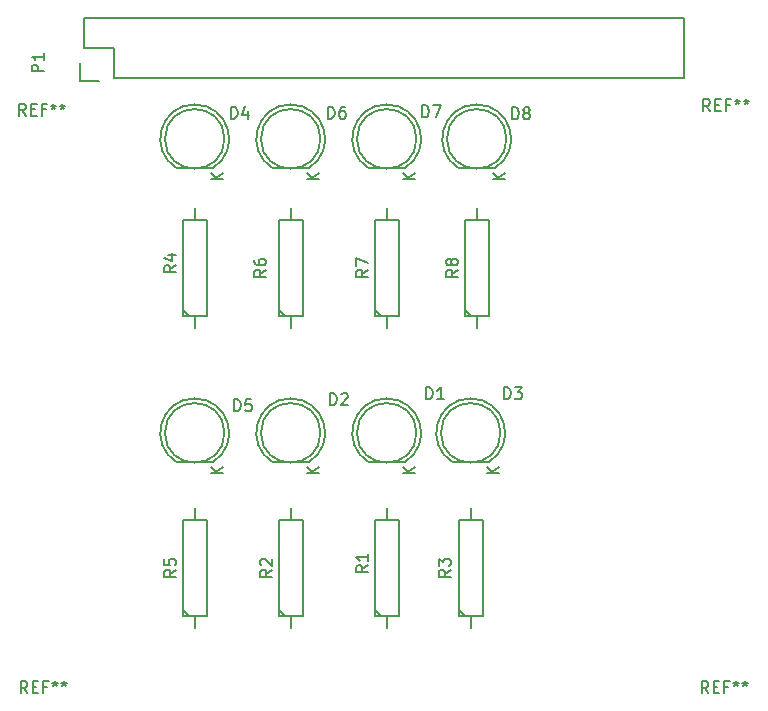
<source format=gto>
G04 #@! TF.FileFunction,Legend,Top*
%FSLAX46Y46*%
G04 Gerber Fmt 4.6, Leading zero omitted, Abs format (unit mm)*
G04 Created by KiCad (PCBNEW 4.0.2-stable) date 20/7/2016 18:22:48*
%MOMM*%
G01*
G04 APERTURE LIST*
%ADD10C,0.100000*%
%ADD11C,0.150000*%
G04 APERTURE END LIST*
D10*
D11*
X142532800Y-63934900D02*
X91732800Y-63934900D01*
X94272800Y-69014900D02*
X142532800Y-69014900D01*
X142532800Y-63934900D02*
X142532800Y-69014900D01*
X91732800Y-63934900D02*
X91732800Y-66474900D01*
X91452800Y-67744900D02*
X91452800Y-69294900D01*
X91732800Y-66474900D02*
X94272800Y-66474900D01*
X94272800Y-66474900D02*
X94272800Y-69014900D01*
X91452800Y-69294900D02*
X93002800Y-69294900D01*
X118923704Y-101570288D02*
G75*
G03X115898800Y-101585400I-1524904J2484888D01*
G01*
X118898800Y-101585400D02*
X115898800Y-101585400D01*
X119916736Y-99085400D02*
G75*
G03X119916736Y-99085400I-2517936J0D01*
G01*
X110795704Y-101570288D02*
G75*
G03X107770800Y-101585400I-1524904J2484888D01*
G01*
X110770800Y-101585400D02*
X107770800Y-101585400D01*
X111788736Y-99085400D02*
G75*
G03X111788736Y-99085400I-2517936J0D01*
G01*
X126035704Y-101570288D02*
G75*
G03X123010800Y-101585400I-1524904J2484888D01*
G01*
X126010800Y-101585400D02*
X123010800Y-101585400D01*
X127028736Y-99085400D02*
G75*
G03X127028736Y-99085400I-2517936J0D01*
G01*
X102667704Y-76678288D02*
G75*
G03X99642800Y-76693400I-1524904J2484888D01*
G01*
X102642800Y-76693400D02*
X99642800Y-76693400D01*
X103660736Y-74193400D02*
G75*
G03X103660736Y-74193400I-2517936J0D01*
G01*
X102667704Y-101570288D02*
G75*
G03X99642800Y-101585400I-1524904J2484888D01*
G01*
X102642800Y-101585400D02*
X99642800Y-101585400D01*
X103660736Y-99085400D02*
G75*
G03X103660736Y-99085400I-2517936J0D01*
G01*
X110795704Y-76678288D02*
G75*
G03X107770800Y-76693400I-1524904J2484888D01*
G01*
X110770800Y-76693400D02*
X107770800Y-76693400D01*
X111788736Y-74193400D02*
G75*
G03X111788736Y-74193400I-2517936J0D01*
G01*
X118923704Y-76678288D02*
G75*
G03X115898800Y-76693400I-1524904J2484888D01*
G01*
X118898800Y-76693400D02*
X115898800Y-76693400D01*
X119916736Y-74193400D02*
G75*
G03X119916736Y-74193400I-2517936J0D01*
G01*
X126543704Y-76678288D02*
G75*
G03X123518800Y-76693400I-1524904J2484888D01*
G01*
X126518800Y-76693400D02*
X123518800Y-76693400D01*
X127536736Y-74193400D02*
G75*
G03X127536736Y-74193400I-2517936J0D01*
G01*
X117398800Y-115595400D02*
X117398800Y-114579400D01*
X117398800Y-114579400D02*
X116382800Y-114579400D01*
X116382800Y-114579400D02*
X116382800Y-106451400D01*
X116382800Y-106451400D02*
X118414800Y-106451400D01*
X118414800Y-106451400D02*
X118414800Y-114579400D01*
X118414800Y-114579400D02*
X117398800Y-114579400D01*
X116890800Y-114579400D02*
X116382800Y-114071400D01*
X117398800Y-105435400D02*
X117398800Y-106451400D01*
X109270800Y-115595400D02*
X109270800Y-114579400D01*
X109270800Y-114579400D02*
X108254800Y-114579400D01*
X108254800Y-114579400D02*
X108254800Y-106451400D01*
X108254800Y-106451400D02*
X110286800Y-106451400D01*
X110286800Y-106451400D02*
X110286800Y-114579400D01*
X110286800Y-114579400D02*
X109270800Y-114579400D01*
X108762800Y-114579400D02*
X108254800Y-114071400D01*
X109270800Y-105435400D02*
X109270800Y-106451400D01*
X124510800Y-115595400D02*
X124510800Y-114579400D01*
X124510800Y-114579400D02*
X123494800Y-114579400D01*
X123494800Y-114579400D02*
X123494800Y-106451400D01*
X123494800Y-106451400D02*
X125526800Y-106451400D01*
X125526800Y-106451400D02*
X125526800Y-114579400D01*
X125526800Y-114579400D02*
X124510800Y-114579400D01*
X124002800Y-114579400D02*
X123494800Y-114071400D01*
X124510800Y-105435400D02*
X124510800Y-106451400D01*
X101142800Y-90195400D02*
X101142800Y-89179400D01*
X101142800Y-89179400D02*
X100126800Y-89179400D01*
X100126800Y-89179400D02*
X100126800Y-81051400D01*
X100126800Y-81051400D02*
X102158800Y-81051400D01*
X102158800Y-81051400D02*
X102158800Y-89179400D01*
X102158800Y-89179400D02*
X101142800Y-89179400D01*
X100634800Y-89179400D02*
X100126800Y-88671400D01*
X101142800Y-80035400D02*
X101142800Y-81051400D01*
X101142800Y-115595400D02*
X101142800Y-114579400D01*
X101142800Y-114579400D02*
X100126800Y-114579400D01*
X100126800Y-114579400D02*
X100126800Y-106451400D01*
X100126800Y-106451400D02*
X102158800Y-106451400D01*
X102158800Y-106451400D02*
X102158800Y-114579400D01*
X102158800Y-114579400D02*
X101142800Y-114579400D01*
X100634800Y-114579400D02*
X100126800Y-114071400D01*
X101142800Y-105435400D02*
X101142800Y-106451400D01*
X109270800Y-90195400D02*
X109270800Y-89179400D01*
X109270800Y-89179400D02*
X108254800Y-89179400D01*
X108254800Y-89179400D02*
X108254800Y-81051400D01*
X108254800Y-81051400D02*
X110286800Y-81051400D01*
X110286800Y-81051400D02*
X110286800Y-89179400D01*
X110286800Y-89179400D02*
X109270800Y-89179400D01*
X108762800Y-89179400D02*
X108254800Y-88671400D01*
X109270800Y-80035400D02*
X109270800Y-81051400D01*
X117398800Y-90195400D02*
X117398800Y-89179400D01*
X117398800Y-89179400D02*
X116382800Y-89179400D01*
X116382800Y-89179400D02*
X116382800Y-81051400D01*
X116382800Y-81051400D02*
X118414800Y-81051400D01*
X118414800Y-81051400D02*
X118414800Y-89179400D01*
X118414800Y-89179400D02*
X117398800Y-89179400D01*
X116890800Y-89179400D02*
X116382800Y-88671400D01*
X117398800Y-80035400D02*
X117398800Y-81051400D01*
X125018800Y-90195400D02*
X125018800Y-89179400D01*
X125018800Y-89179400D02*
X124002800Y-89179400D01*
X124002800Y-89179400D02*
X124002800Y-81051400D01*
X124002800Y-81051400D02*
X126034800Y-81051400D01*
X126034800Y-81051400D02*
X126034800Y-89179400D01*
X126034800Y-89179400D02*
X125018800Y-89179400D01*
X124510800Y-89179400D02*
X124002800Y-88671400D01*
X125018800Y-80035400D02*
X125018800Y-81051400D01*
X88355181Y-68482995D02*
X87355181Y-68482995D01*
X87355181Y-68102042D01*
X87402800Y-68006804D01*
X87450419Y-67959185D01*
X87545657Y-67911566D01*
X87688514Y-67911566D01*
X87783752Y-67959185D01*
X87831371Y-68006804D01*
X87878990Y-68102042D01*
X87878990Y-68482995D01*
X88355181Y-66959185D02*
X88355181Y-67530614D01*
X88355181Y-67244900D02*
X87355181Y-67244900D01*
X87498038Y-67340138D01*
X87593276Y-67435376D01*
X87640895Y-67530614D01*
X120724705Y-96235781D02*
X120724705Y-95235781D01*
X120962800Y-95235781D01*
X121105658Y-95283400D01*
X121200896Y-95378638D01*
X121248515Y-95473876D01*
X121296134Y-95664352D01*
X121296134Y-95807210D01*
X121248515Y-95997686D01*
X121200896Y-96092924D01*
X121105658Y-96188162D01*
X120962800Y-96235781D01*
X120724705Y-96235781D01*
X122248515Y-96235781D02*
X121677086Y-96235781D01*
X121962800Y-96235781D02*
X121962800Y-95235781D01*
X121867562Y-95378638D01*
X121772324Y-95473876D01*
X121677086Y-95521495D01*
X119756181Y-102522305D02*
X118756181Y-102522305D01*
X119756181Y-101950876D02*
X119184752Y-102379448D01*
X118756181Y-101950876D02*
X119327610Y-102522305D01*
X112596705Y-96743781D02*
X112596705Y-95743781D01*
X112834800Y-95743781D01*
X112977658Y-95791400D01*
X113072896Y-95886638D01*
X113120515Y-95981876D01*
X113168134Y-96172352D01*
X113168134Y-96315210D01*
X113120515Y-96505686D01*
X113072896Y-96600924D01*
X112977658Y-96696162D01*
X112834800Y-96743781D01*
X112596705Y-96743781D01*
X113549086Y-95839019D02*
X113596705Y-95791400D01*
X113691943Y-95743781D01*
X113930039Y-95743781D01*
X114025277Y-95791400D01*
X114072896Y-95839019D01*
X114120515Y-95934257D01*
X114120515Y-96029495D01*
X114072896Y-96172352D01*
X113501467Y-96743781D01*
X114120515Y-96743781D01*
X111628181Y-102522305D02*
X110628181Y-102522305D01*
X111628181Y-101950876D02*
X111056752Y-102379448D01*
X110628181Y-101950876D02*
X111199610Y-102522305D01*
X127328705Y-96235781D02*
X127328705Y-95235781D01*
X127566800Y-95235781D01*
X127709658Y-95283400D01*
X127804896Y-95378638D01*
X127852515Y-95473876D01*
X127900134Y-95664352D01*
X127900134Y-95807210D01*
X127852515Y-95997686D01*
X127804896Y-96092924D01*
X127709658Y-96188162D01*
X127566800Y-96235781D01*
X127328705Y-96235781D01*
X128233467Y-95235781D02*
X128852515Y-95235781D01*
X128519181Y-95616733D01*
X128662039Y-95616733D01*
X128757277Y-95664352D01*
X128804896Y-95711971D01*
X128852515Y-95807210D01*
X128852515Y-96045305D01*
X128804896Y-96140543D01*
X128757277Y-96188162D01*
X128662039Y-96235781D01*
X128376324Y-96235781D01*
X128281086Y-96188162D01*
X128233467Y-96140543D01*
X126868181Y-102522305D02*
X125868181Y-102522305D01*
X126868181Y-101950876D02*
X126296752Y-102379448D01*
X125868181Y-101950876D02*
X126439610Y-102522305D01*
X104204545Y-72481701D02*
X104204545Y-71481701D01*
X104442640Y-71481701D01*
X104585498Y-71529320D01*
X104680736Y-71624558D01*
X104728355Y-71719796D01*
X104775974Y-71910272D01*
X104775974Y-72053130D01*
X104728355Y-72243606D01*
X104680736Y-72338844D01*
X104585498Y-72434082D01*
X104442640Y-72481701D01*
X104204545Y-72481701D01*
X105633117Y-71815034D02*
X105633117Y-72481701D01*
X105395021Y-71434082D02*
X105156926Y-72148368D01*
X105775974Y-72148368D01*
X103500181Y-77630305D02*
X102500181Y-77630305D01*
X103500181Y-77058876D02*
X102928752Y-77487448D01*
X102500181Y-77058876D02*
X103071610Y-77630305D01*
X104468705Y-97251781D02*
X104468705Y-96251781D01*
X104706800Y-96251781D01*
X104849658Y-96299400D01*
X104944896Y-96394638D01*
X104992515Y-96489876D01*
X105040134Y-96680352D01*
X105040134Y-96823210D01*
X104992515Y-97013686D01*
X104944896Y-97108924D01*
X104849658Y-97204162D01*
X104706800Y-97251781D01*
X104468705Y-97251781D01*
X105944896Y-96251781D02*
X105468705Y-96251781D01*
X105421086Y-96727971D01*
X105468705Y-96680352D01*
X105563943Y-96632733D01*
X105802039Y-96632733D01*
X105897277Y-96680352D01*
X105944896Y-96727971D01*
X105992515Y-96823210D01*
X105992515Y-97061305D01*
X105944896Y-97156543D01*
X105897277Y-97204162D01*
X105802039Y-97251781D01*
X105563943Y-97251781D01*
X105468705Y-97204162D01*
X105421086Y-97156543D01*
X103500181Y-102522305D02*
X102500181Y-102522305D01*
X103500181Y-101950876D02*
X102928752Y-102379448D01*
X102500181Y-101950876D02*
X103071610Y-102522305D01*
X112418905Y-72481701D02*
X112418905Y-71481701D01*
X112657000Y-71481701D01*
X112799858Y-71529320D01*
X112895096Y-71624558D01*
X112942715Y-71719796D01*
X112990334Y-71910272D01*
X112990334Y-72053130D01*
X112942715Y-72243606D01*
X112895096Y-72338844D01*
X112799858Y-72434082D01*
X112657000Y-72481701D01*
X112418905Y-72481701D01*
X113847477Y-71481701D02*
X113657000Y-71481701D01*
X113561762Y-71529320D01*
X113514143Y-71576939D01*
X113418905Y-71719796D01*
X113371286Y-71910272D01*
X113371286Y-72291225D01*
X113418905Y-72386463D01*
X113466524Y-72434082D01*
X113561762Y-72481701D01*
X113752239Y-72481701D01*
X113847477Y-72434082D01*
X113895096Y-72386463D01*
X113942715Y-72291225D01*
X113942715Y-72053130D01*
X113895096Y-71957891D01*
X113847477Y-71910272D01*
X113752239Y-71862653D01*
X113561762Y-71862653D01*
X113466524Y-71910272D01*
X113418905Y-71957891D01*
X113371286Y-72053130D01*
X111628181Y-77630305D02*
X110628181Y-77630305D01*
X111628181Y-77058876D02*
X111056752Y-77487448D01*
X110628181Y-77058876D02*
X111199610Y-77630305D01*
X120409745Y-72369941D02*
X120409745Y-71369941D01*
X120647840Y-71369941D01*
X120790698Y-71417560D01*
X120885936Y-71512798D01*
X120933555Y-71608036D01*
X120981174Y-71798512D01*
X120981174Y-71941370D01*
X120933555Y-72131846D01*
X120885936Y-72227084D01*
X120790698Y-72322322D01*
X120647840Y-72369941D01*
X120409745Y-72369941D01*
X121314507Y-71369941D02*
X121981174Y-71369941D01*
X121552602Y-72369941D01*
X119756181Y-77630305D02*
X118756181Y-77630305D01*
X119756181Y-77058876D02*
X119184752Y-77487448D01*
X118756181Y-77058876D02*
X119327610Y-77630305D01*
X128009425Y-72537581D02*
X128009425Y-71537581D01*
X128247520Y-71537581D01*
X128390378Y-71585200D01*
X128485616Y-71680438D01*
X128533235Y-71775676D01*
X128580854Y-71966152D01*
X128580854Y-72109010D01*
X128533235Y-72299486D01*
X128485616Y-72394724D01*
X128390378Y-72489962D01*
X128247520Y-72537581D01*
X128009425Y-72537581D01*
X129152282Y-71966152D02*
X129057044Y-71918533D01*
X129009425Y-71870914D01*
X128961806Y-71775676D01*
X128961806Y-71728057D01*
X129009425Y-71632819D01*
X129057044Y-71585200D01*
X129152282Y-71537581D01*
X129342759Y-71537581D01*
X129437997Y-71585200D01*
X129485616Y-71632819D01*
X129533235Y-71728057D01*
X129533235Y-71775676D01*
X129485616Y-71870914D01*
X129437997Y-71918533D01*
X129342759Y-71966152D01*
X129152282Y-71966152D01*
X129057044Y-72013771D01*
X129009425Y-72061390D01*
X128961806Y-72156629D01*
X128961806Y-72347105D01*
X129009425Y-72442343D01*
X129057044Y-72489962D01*
X129152282Y-72537581D01*
X129342759Y-72537581D01*
X129437997Y-72489962D01*
X129485616Y-72442343D01*
X129533235Y-72347105D01*
X129533235Y-72156629D01*
X129485616Y-72061390D01*
X129437997Y-72013771D01*
X129342759Y-71966152D01*
X127376181Y-77630305D02*
X126376181Y-77630305D01*
X127376181Y-77058876D02*
X126804752Y-77487448D01*
X126376181Y-77058876D02*
X126947610Y-77630305D01*
X115819181Y-110301066D02*
X115342990Y-110634400D01*
X115819181Y-110872495D02*
X114819181Y-110872495D01*
X114819181Y-110491542D01*
X114866800Y-110396304D01*
X114914419Y-110348685D01*
X115009657Y-110301066D01*
X115152514Y-110301066D01*
X115247752Y-110348685D01*
X115295371Y-110396304D01*
X115342990Y-110491542D01*
X115342990Y-110872495D01*
X115819181Y-109348685D02*
X115819181Y-109920114D01*
X115819181Y-109634400D02*
X114819181Y-109634400D01*
X114962038Y-109729638D01*
X115057276Y-109824876D01*
X115104895Y-109920114D01*
X107691181Y-110682066D02*
X107214990Y-111015400D01*
X107691181Y-111253495D02*
X106691181Y-111253495D01*
X106691181Y-110872542D01*
X106738800Y-110777304D01*
X106786419Y-110729685D01*
X106881657Y-110682066D01*
X107024514Y-110682066D01*
X107119752Y-110729685D01*
X107167371Y-110777304D01*
X107214990Y-110872542D01*
X107214990Y-111253495D01*
X106786419Y-110301114D02*
X106738800Y-110253495D01*
X106691181Y-110158257D01*
X106691181Y-109920161D01*
X106738800Y-109824923D01*
X106786419Y-109777304D01*
X106881657Y-109729685D01*
X106976895Y-109729685D01*
X107119752Y-109777304D01*
X107691181Y-110348733D01*
X107691181Y-109729685D01*
X122804181Y-110682066D02*
X122327990Y-111015400D01*
X122804181Y-111253495D02*
X121804181Y-111253495D01*
X121804181Y-110872542D01*
X121851800Y-110777304D01*
X121899419Y-110729685D01*
X121994657Y-110682066D01*
X122137514Y-110682066D01*
X122232752Y-110729685D01*
X122280371Y-110777304D01*
X122327990Y-110872542D01*
X122327990Y-111253495D01*
X121804181Y-110348733D02*
X121804181Y-109729685D01*
X122185133Y-110063019D01*
X122185133Y-109920161D01*
X122232752Y-109824923D01*
X122280371Y-109777304D01*
X122375610Y-109729685D01*
X122613705Y-109729685D01*
X122708943Y-109777304D01*
X122756562Y-109824923D01*
X122804181Y-109920161D01*
X122804181Y-110205876D01*
X122756562Y-110301114D01*
X122708943Y-110348733D01*
X99563181Y-84901066D02*
X99086990Y-85234400D01*
X99563181Y-85472495D02*
X98563181Y-85472495D01*
X98563181Y-85091542D01*
X98610800Y-84996304D01*
X98658419Y-84948685D01*
X98753657Y-84901066D01*
X98896514Y-84901066D01*
X98991752Y-84948685D01*
X99039371Y-84996304D01*
X99086990Y-85091542D01*
X99086990Y-85472495D01*
X98896514Y-84043923D02*
X99563181Y-84043923D01*
X98515562Y-84282019D02*
X99229848Y-84520114D01*
X99229848Y-83901066D01*
X99563181Y-110682066D02*
X99086990Y-111015400D01*
X99563181Y-111253495D02*
X98563181Y-111253495D01*
X98563181Y-110872542D01*
X98610800Y-110777304D01*
X98658419Y-110729685D01*
X98753657Y-110682066D01*
X98896514Y-110682066D01*
X98991752Y-110729685D01*
X99039371Y-110777304D01*
X99086990Y-110872542D01*
X99086990Y-111253495D01*
X98563181Y-109777304D02*
X98563181Y-110253495D01*
X99039371Y-110301114D01*
X98991752Y-110253495D01*
X98944133Y-110158257D01*
X98944133Y-109920161D01*
X98991752Y-109824923D01*
X99039371Y-109777304D01*
X99134610Y-109729685D01*
X99372705Y-109729685D01*
X99467943Y-109777304D01*
X99515562Y-109824923D01*
X99563181Y-109920161D01*
X99563181Y-110158257D01*
X99515562Y-110253495D01*
X99467943Y-110301114D01*
X107183181Y-85282066D02*
X106706990Y-85615400D01*
X107183181Y-85853495D02*
X106183181Y-85853495D01*
X106183181Y-85472542D01*
X106230800Y-85377304D01*
X106278419Y-85329685D01*
X106373657Y-85282066D01*
X106516514Y-85282066D01*
X106611752Y-85329685D01*
X106659371Y-85377304D01*
X106706990Y-85472542D01*
X106706990Y-85853495D01*
X106183181Y-84424923D02*
X106183181Y-84615400D01*
X106230800Y-84710638D01*
X106278419Y-84758257D01*
X106421276Y-84853495D01*
X106611752Y-84901114D01*
X106992705Y-84901114D01*
X107087943Y-84853495D01*
X107135562Y-84805876D01*
X107183181Y-84710638D01*
X107183181Y-84520161D01*
X107135562Y-84424923D01*
X107087943Y-84377304D01*
X106992705Y-84329685D01*
X106754610Y-84329685D01*
X106659371Y-84377304D01*
X106611752Y-84424923D01*
X106564133Y-84520161D01*
X106564133Y-84710638D01*
X106611752Y-84805876D01*
X106659371Y-84853495D01*
X106754610Y-84901114D01*
X115819181Y-85282066D02*
X115342990Y-85615400D01*
X115819181Y-85853495D02*
X114819181Y-85853495D01*
X114819181Y-85472542D01*
X114866800Y-85377304D01*
X114914419Y-85329685D01*
X115009657Y-85282066D01*
X115152514Y-85282066D01*
X115247752Y-85329685D01*
X115295371Y-85377304D01*
X115342990Y-85472542D01*
X115342990Y-85853495D01*
X114819181Y-84948733D02*
X114819181Y-84282066D01*
X115819181Y-84710638D01*
X123439181Y-85282066D02*
X122962990Y-85615400D01*
X123439181Y-85853495D02*
X122439181Y-85853495D01*
X122439181Y-85472542D01*
X122486800Y-85377304D01*
X122534419Y-85329685D01*
X122629657Y-85282066D01*
X122772514Y-85282066D01*
X122867752Y-85329685D01*
X122915371Y-85377304D01*
X122962990Y-85472542D01*
X122962990Y-85853495D01*
X122867752Y-84710638D02*
X122820133Y-84805876D01*
X122772514Y-84853495D01*
X122677276Y-84901114D01*
X122629657Y-84901114D01*
X122534419Y-84853495D01*
X122486800Y-84805876D01*
X122439181Y-84710638D01*
X122439181Y-84520161D01*
X122486800Y-84424923D01*
X122534419Y-84377304D01*
X122629657Y-84329685D01*
X122677276Y-84329685D01*
X122772514Y-84377304D01*
X122820133Y-84424923D01*
X122867752Y-84520161D01*
X122867752Y-84710638D01*
X122915371Y-84805876D01*
X122962990Y-84853495D01*
X123058229Y-84901114D01*
X123248705Y-84901114D01*
X123343943Y-84853495D01*
X123391562Y-84805876D01*
X123439181Y-84710638D01*
X123439181Y-84520161D01*
X123391562Y-84424923D01*
X123343943Y-84377304D01*
X123248705Y-84329685D01*
X123058229Y-84329685D01*
X122962990Y-84377304D01*
X122915371Y-84424923D01*
X122867752Y-84520161D01*
X144767467Y-71851781D02*
X144434133Y-71375590D01*
X144196038Y-71851781D02*
X144196038Y-70851781D01*
X144576991Y-70851781D01*
X144672229Y-70899400D01*
X144719848Y-70947019D01*
X144767467Y-71042257D01*
X144767467Y-71185114D01*
X144719848Y-71280352D01*
X144672229Y-71327971D01*
X144576991Y-71375590D01*
X144196038Y-71375590D01*
X145196038Y-71327971D02*
X145529372Y-71327971D01*
X145672229Y-71851781D02*
X145196038Y-71851781D01*
X145196038Y-70851781D01*
X145672229Y-70851781D01*
X146434134Y-71327971D02*
X146100800Y-71327971D01*
X146100800Y-71851781D02*
X146100800Y-70851781D01*
X146576991Y-70851781D01*
X147100800Y-70851781D02*
X147100800Y-71089876D01*
X146862705Y-70994638D02*
X147100800Y-71089876D01*
X147338896Y-70994638D01*
X146957943Y-71280352D02*
X147100800Y-71089876D01*
X147243658Y-71280352D01*
X147862705Y-70851781D02*
X147862705Y-71089876D01*
X147624610Y-70994638D02*
X147862705Y-71089876D01*
X148100801Y-70994638D01*
X147719848Y-71280352D02*
X147862705Y-71089876D01*
X148005563Y-71280352D01*
X144640467Y-121127781D02*
X144307133Y-120651590D01*
X144069038Y-121127781D02*
X144069038Y-120127781D01*
X144449991Y-120127781D01*
X144545229Y-120175400D01*
X144592848Y-120223019D01*
X144640467Y-120318257D01*
X144640467Y-120461114D01*
X144592848Y-120556352D01*
X144545229Y-120603971D01*
X144449991Y-120651590D01*
X144069038Y-120651590D01*
X145069038Y-120603971D02*
X145402372Y-120603971D01*
X145545229Y-121127781D02*
X145069038Y-121127781D01*
X145069038Y-120127781D01*
X145545229Y-120127781D01*
X146307134Y-120603971D02*
X145973800Y-120603971D01*
X145973800Y-121127781D02*
X145973800Y-120127781D01*
X146449991Y-120127781D01*
X146973800Y-120127781D02*
X146973800Y-120365876D01*
X146735705Y-120270638D02*
X146973800Y-120365876D01*
X147211896Y-120270638D01*
X146830943Y-120556352D02*
X146973800Y-120365876D01*
X147116658Y-120556352D01*
X147735705Y-120127781D02*
X147735705Y-120365876D01*
X147497610Y-120270638D02*
X147735705Y-120365876D01*
X147973801Y-120270638D01*
X147592848Y-120556352D02*
X147735705Y-120365876D01*
X147878563Y-120556352D01*
X86982467Y-121127781D02*
X86649133Y-120651590D01*
X86411038Y-121127781D02*
X86411038Y-120127781D01*
X86791991Y-120127781D01*
X86887229Y-120175400D01*
X86934848Y-120223019D01*
X86982467Y-120318257D01*
X86982467Y-120461114D01*
X86934848Y-120556352D01*
X86887229Y-120603971D01*
X86791991Y-120651590D01*
X86411038Y-120651590D01*
X87411038Y-120603971D02*
X87744372Y-120603971D01*
X87887229Y-121127781D02*
X87411038Y-121127781D01*
X87411038Y-120127781D01*
X87887229Y-120127781D01*
X88649134Y-120603971D02*
X88315800Y-120603971D01*
X88315800Y-121127781D02*
X88315800Y-120127781D01*
X88791991Y-120127781D01*
X89315800Y-120127781D02*
X89315800Y-120365876D01*
X89077705Y-120270638D02*
X89315800Y-120365876D01*
X89553896Y-120270638D01*
X89172943Y-120556352D02*
X89315800Y-120365876D01*
X89458658Y-120556352D01*
X90077705Y-120127781D02*
X90077705Y-120365876D01*
X89839610Y-120270638D02*
X90077705Y-120365876D01*
X90315801Y-120270638D01*
X89934848Y-120556352D02*
X90077705Y-120365876D01*
X90220563Y-120556352D01*
X86855467Y-72232781D02*
X86522133Y-71756590D01*
X86284038Y-72232781D02*
X86284038Y-71232781D01*
X86664991Y-71232781D01*
X86760229Y-71280400D01*
X86807848Y-71328019D01*
X86855467Y-71423257D01*
X86855467Y-71566114D01*
X86807848Y-71661352D01*
X86760229Y-71708971D01*
X86664991Y-71756590D01*
X86284038Y-71756590D01*
X87284038Y-71708971D02*
X87617372Y-71708971D01*
X87760229Y-72232781D02*
X87284038Y-72232781D01*
X87284038Y-71232781D01*
X87760229Y-71232781D01*
X88522134Y-71708971D02*
X88188800Y-71708971D01*
X88188800Y-72232781D02*
X88188800Y-71232781D01*
X88664991Y-71232781D01*
X89188800Y-71232781D02*
X89188800Y-71470876D01*
X88950705Y-71375638D02*
X89188800Y-71470876D01*
X89426896Y-71375638D01*
X89045943Y-71661352D02*
X89188800Y-71470876D01*
X89331658Y-71661352D01*
X89950705Y-71232781D02*
X89950705Y-71470876D01*
X89712610Y-71375638D02*
X89950705Y-71470876D01*
X90188801Y-71375638D01*
X89807848Y-71661352D02*
X89950705Y-71470876D01*
X90093563Y-71661352D01*
M02*

</source>
